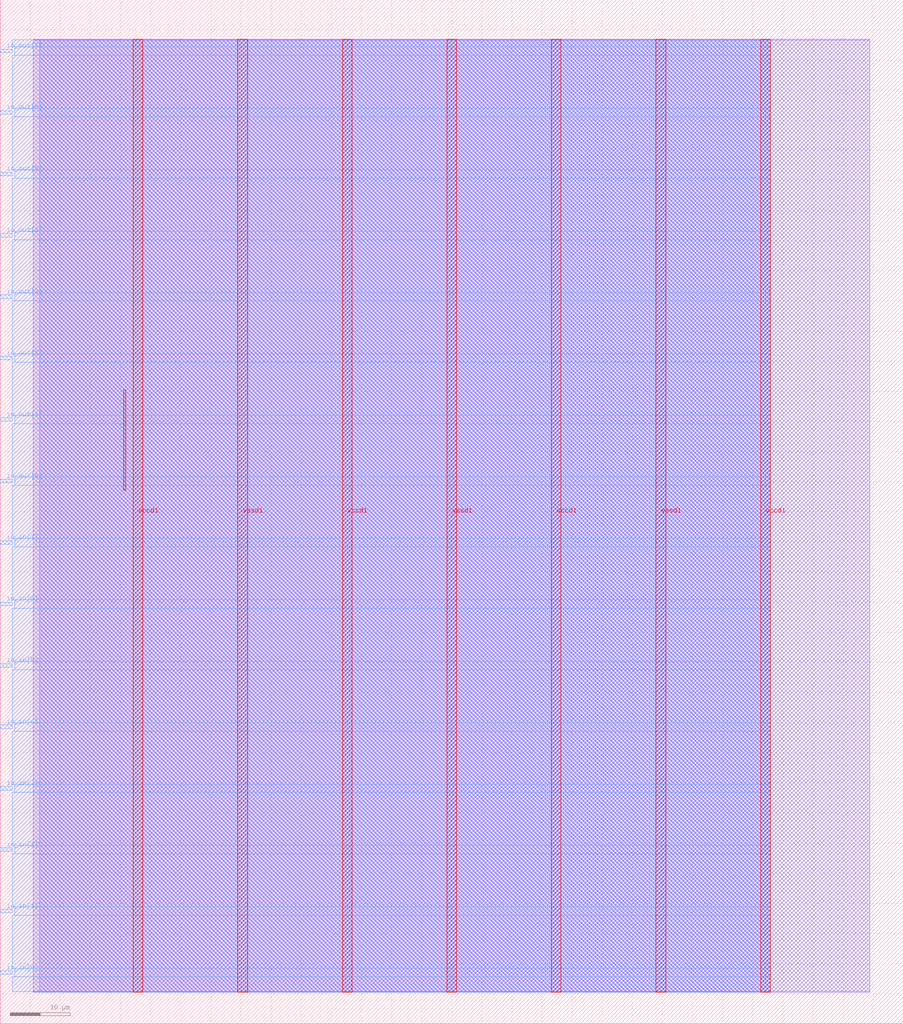
<source format=lef>
VERSION 5.7 ;
  NOWIREEXTENSIONATPIN ON ;
  DIVIDERCHAR "/" ;
  BUSBITCHARS "[]" ;
MACRO user_module_349790606404354643
  CLASS BLOCK ;
  FOREIGN user_module_349790606404354643 ;
  ORIGIN 0.000 0.000 ;
  SIZE 150.000 BY 170.000 ;
  PIN io_in[0]
    DIRECTION INPUT ;
    USE SIGNAL ;
    PORT
      LAYER met3 ;
        RECT 0.000 8.200 2.000 8.800 ;
    END
  END io_in[0]
  PIN io_in[1]
    DIRECTION INPUT ;
    USE SIGNAL ;
    PORT
      LAYER met3 ;
        RECT 0.000 18.400 2.000 19.000 ;
    END
  END io_in[1]
  PIN io_in[2]
    DIRECTION INPUT ;
    USE SIGNAL ;
    PORT
      LAYER met3 ;
        RECT 0.000 28.600 2.000 29.200 ;
    END
  END io_in[2]
  PIN io_in[3]
    DIRECTION INPUT ;
    USE SIGNAL ;
    PORT
      LAYER met3 ;
        RECT 0.000 38.800 2.000 39.400 ;
    END
  END io_in[3]
  PIN io_in[4]
    DIRECTION INPUT ;
    USE SIGNAL ;
    PORT
      LAYER met3 ;
        RECT 0.000 49.000 2.000 49.600 ;
    END
  END io_in[4]
  PIN io_in[5]
    DIRECTION INPUT ;
    USE SIGNAL ;
    PORT
      LAYER met3 ;
        RECT 0.000 59.200 2.000 59.800 ;
    END
  END io_in[5]
  PIN io_in[6]
    DIRECTION INPUT ;
    USE SIGNAL ;
    PORT
      LAYER met3 ;
        RECT 0.000 69.400 2.000 70.000 ;
    END
  END io_in[6]
  PIN io_in[7]
    DIRECTION INPUT ;
    USE SIGNAL ;
    PORT
      LAYER met3 ;
        RECT 0.000 79.600 2.000 80.200 ;
    END
  END io_in[7]
  PIN io_out[0]
    DIRECTION OUTPUT TRISTATE ;
    USE SIGNAL ;
    PORT
      LAYER met3 ;
        RECT 0.000 89.800 2.000 90.400 ;
    END
  END io_out[0]
  PIN io_out[1]
    DIRECTION OUTPUT TRISTATE ;
    USE SIGNAL ;
    PORT
      LAYER met3 ;
        RECT 0.000 100.000 2.000 100.600 ;
    END
  END io_out[1]
  PIN io_out[2]
    DIRECTION OUTPUT TRISTATE ;
    USE SIGNAL ;
    PORT
      LAYER met3 ;
        RECT 0.000 110.200 2.000 110.800 ;
    END
  END io_out[2]
  PIN io_out[3]
    DIRECTION OUTPUT TRISTATE ;
    USE SIGNAL ;
    PORT
      LAYER met3 ;
        RECT 0.000 120.400 2.000 121.000 ;
    END
  END io_out[3]
  PIN io_out[4]
    DIRECTION OUTPUT TRISTATE ;
    USE SIGNAL ;
    PORT
      LAYER met3 ;
        RECT 0.000 130.600 2.000 131.200 ;
    END
  END io_out[4]
  PIN io_out[5]
    DIRECTION OUTPUT TRISTATE ;
    USE SIGNAL ;
    PORT
      LAYER met3 ;
        RECT 0.000 140.800 2.000 141.400 ;
    END
  END io_out[5]
  PIN io_out[6]
    DIRECTION OUTPUT TRISTATE ;
    USE SIGNAL ;
    PORT
      LAYER met3 ;
        RECT 0.000 151.000 2.000 151.600 ;
    END
  END io_out[6]
  PIN io_out[7]
    DIRECTION OUTPUT TRISTATE ;
    USE SIGNAL ;
    PORT
      LAYER met3 ;
        RECT 0.000 161.200 2.000 161.800 ;
    END
  END io_out[7]
  PIN vccd1
    DIRECTION INOUT ;
    USE POWER ;
    PORT
      LAYER met4 ;
        RECT 22.090 5.200 23.690 163.440 ;
    END
    PORT
      LAYER met4 ;
        RECT 56.830 5.200 58.430 163.440 ;
    END
    PORT
      LAYER met4 ;
        RECT 91.570 5.200 93.170 163.440 ;
    END
    PORT
      LAYER met4 ;
        RECT 126.310 5.200 127.910 163.440 ;
    END
  END vccd1
  PIN vssd1
    DIRECTION INOUT ;
    USE GROUND ;
    PORT
      LAYER met4 ;
        RECT 39.460 5.200 41.060 163.440 ;
    END
    PORT
      LAYER met4 ;
        RECT 74.200 5.200 75.800 163.440 ;
    END
    PORT
      LAYER met4 ;
        RECT 108.940 5.200 110.540 163.440 ;
    END
  END vssd1
  OBS
      LAYER li1 ;
        RECT 5.520 5.355 144.440 163.285 ;
      LAYER met1 ;
        RECT 5.520 5.200 144.440 163.440 ;
      LAYER met2 ;
        RECT 6.530 5.255 127.880 163.385 ;
      LAYER met3 ;
        RECT 2.000 162.200 127.900 163.365 ;
        RECT 2.400 160.800 127.900 162.200 ;
        RECT 2.000 152.000 127.900 160.800 ;
        RECT 2.400 150.600 127.900 152.000 ;
        RECT 2.000 141.800 127.900 150.600 ;
        RECT 2.400 140.400 127.900 141.800 ;
        RECT 2.000 131.600 127.900 140.400 ;
        RECT 2.400 130.200 127.900 131.600 ;
        RECT 2.000 121.400 127.900 130.200 ;
        RECT 2.400 120.000 127.900 121.400 ;
        RECT 2.000 111.200 127.900 120.000 ;
        RECT 2.400 109.800 127.900 111.200 ;
        RECT 2.000 101.000 127.900 109.800 ;
        RECT 2.400 99.600 127.900 101.000 ;
        RECT 2.000 90.800 127.900 99.600 ;
        RECT 2.400 89.400 127.900 90.800 ;
        RECT 2.000 80.600 127.900 89.400 ;
        RECT 2.400 79.200 127.900 80.600 ;
        RECT 2.000 70.400 127.900 79.200 ;
        RECT 2.400 69.000 127.900 70.400 ;
        RECT 2.000 60.200 127.900 69.000 ;
        RECT 2.400 58.800 127.900 60.200 ;
        RECT 2.000 50.000 127.900 58.800 ;
        RECT 2.400 48.600 127.900 50.000 ;
        RECT 2.000 39.800 127.900 48.600 ;
        RECT 2.400 38.400 127.900 39.800 ;
        RECT 2.000 29.600 127.900 38.400 ;
        RECT 2.400 28.200 127.900 29.600 ;
        RECT 2.000 19.400 127.900 28.200 ;
        RECT 2.400 18.000 127.900 19.400 ;
        RECT 2.000 9.200 127.900 18.000 ;
        RECT 2.400 7.800 127.900 9.200 ;
        RECT 2.000 5.275 127.900 7.800 ;
      LAYER met4 ;
        RECT 20.535 88.575 20.865 105.225 ;
  END
END user_module_349790606404354643
END LIBRARY


</source>
